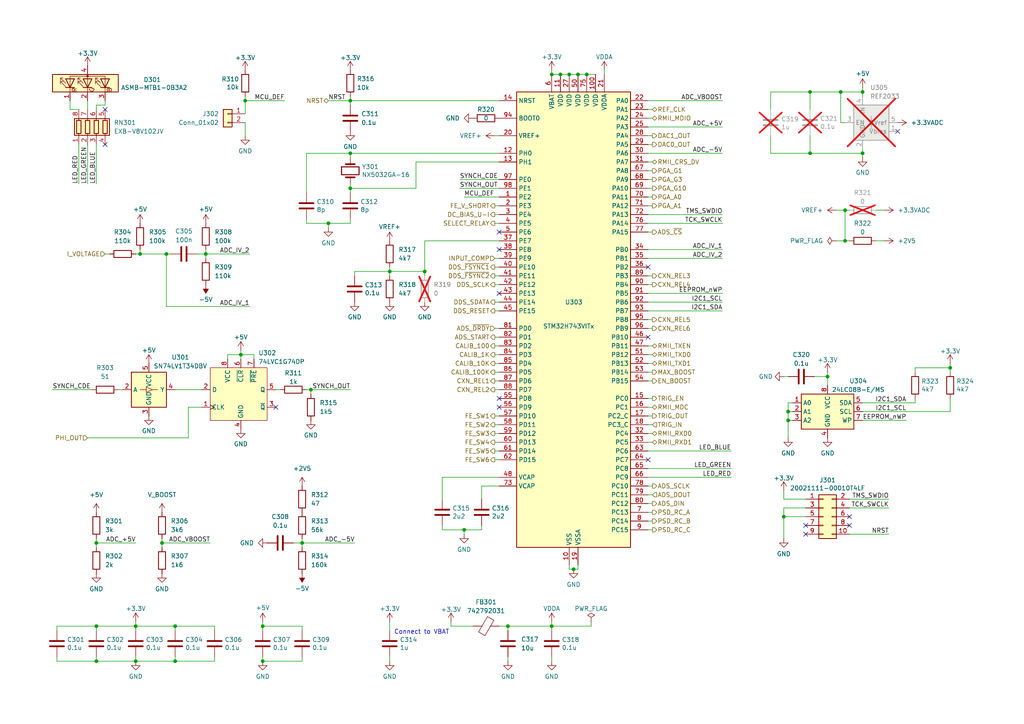
<source format=kicad_sch>
(kicad_sch (version 20231120) (generator "eeschema") (generator_version "8.0")
  (paper "A4")
  (junction (at 234.95 44.45))
  (junction (at 39.37 181.61))
  (junction (at 50.8 191.77))
  (junction (at 27.94 157.48))
  (junction (at 167.64 21.59))
  (junction (at 245.11 69.85))
  (junction (at 87.63 157.48))
  (junction (at 228.6 119.38))
  (junction (at 76.2 181.61))
  (junction (at 40.64 73.66))
  (junction (at 250.19 44.45))
  (junction (at 234.95 26.67))
  (junction (at 160.02 181.61))
  (junction (at 113.03 78.74))
  (junction (at 90.17 113.03))
  (junction (at 101.6 29.21))
  (junction (at 170.18 21.59))
  (junction (at 228.6 121.92))
  (junction (at 166.37 165.1))
  (junction (at 250.19 26.67))
  (junction (at 69.85 102.87))
  (junction (at 27.94 191.77))
  (junction (at 134.62 153.67))
  (junction (at 101.6 54.61))
  (junction (at 76.2 191.77))
  (junction (at 95.25 64.77))
  (junction (at 162.56 21.59))
  (junction (at 48.26 73.66))
  (junction (at 123.19 78.74))
  (junction (at 275.59 106.68))
  (junction (at 227.33 149.86))
  (junction (at 39.37 191.77))
  (junction (at 147.32 181.61))
  (junction (at 50.8 181.61))
  (junction (at 27.94 181.61))
  (junction (at 240.03 109.22))
  (junction (at 46.99 157.48))
  (junction (at 59.69 73.66))
  (junction (at 160.02 21.59))
  (junction (at 245.11 60.96))
  (junction (at 71.12 29.21))
  (junction (at 243.84 26.67))
  (junction (at 101.6 44.45))
  (junction (at 165.1 21.59))
  (no_connect (at 144.78 85.09))
  (no_connect (at 144.78 115.57))
  (no_connect (at 80.01 118.11))
  (no_connect (at 246.38 152.4))
  (no_connect (at 187.96 97.79))
  (no_connect (at 144.78 118.11))
  (no_connect (at 233.68 154.94))
  (no_connect (at 187.96 77.47))
  (no_connect (at 144.78 67.31))
  (no_connect (at 30.48 41.91))
  (no_connect (at 246.38 149.86))
  (no_connect (at 30.48 31.75))
  (no_connect (at 260.35 38.1))
  (no_connect (at 144.78 72.39))
  (no_connect (at 187.96 133.35))
  (no_connect (at 233.68 152.4))
  (wire (pts (xy 39.37 190.5) (xy 39.37 191.77)))
  (wire (pts (xy 187.96 153.67) (xy 189.23 153.67)))
  (wire (pts (xy 234.95 44.45) (xy 223.52 44.45)))
  (wire (pts (xy 50.8 181.61) (xy 39.37 181.61)))
  (wire (pts (xy 139.7 144.78) (xy 139.7 140.97)))
  (wire (pts (xy 87.63 181.61) (xy 87.63 182.88)))
  (wire (pts (xy 30.48 29.21) (xy 30.48 30.48)))
  (wire (pts (xy 162.56 21.59) (xy 165.1 21.59)))
  (wire (pts (xy 30.48 30.48) (xy 27.94 30.48)))
  (wire (pts (xy 20.32 31.75) (xy 22.86 31.75)))
  (wire (pts (xy 143.51 128.27) (xy 144.78 128.27)))
  (wire (pts (xy 265.43 107.95) (xy 265.43 106.68)))
  (wire (pts (xy 165.1 165.1) (xy 166.37 165.1)))
  (wire (pts (xy 76.2 181.61) (xy 87.63 181.61)))
  (wire (pts (xy 123.19 69.85) (xy 144.78 69.85)))
  (wire (pts (xy 101.6 29.21) (xy 144.78 29.21)))
  (wire (pts (xy 39.37 181.61) (xy 27.94 181.61)))
  (wire (pts (xy 20.32 29.21) (xy 20.32 31.75)))
  (wire (pts (xy 143.51 102.87) (xy 144.78 102.87)))
  (wire (pts (xy 71.12 29.21) (xy 71.12 33.02)))
  (wire (pts (xy 187.96 46.99) (xy 189.23 46.99)))
  (wire (pts (xy 143.51 100.33) (xy 144.78 100.33)))
  (wire (pts (xy 240.03 109.22) (xy 240.03 111.76)))
  (wire (pts (xy 187.96 135.89) (xy 212.09 135.89)))
  (wire (pts (xy 250.19 26.67) (xy 250.19 27.94)))
  (wire (pts (xy 165.1 163.83) (xy 165.1 165.1)))
  (wire (pts (xy 223.52 44.45) (xy 223.52 39.37)))
  (wire (pts (xy 228.6 127) (xy 228.6 121.92)))
  (wire (pts (xy 113.03 78.74) (xy 123.19 78.74)))
  (wire (pts (xy 187.96 146.05) (xy 189.23 146.05)))
  (wire (pts (xy 27.94 181.61) (xy 16.51 181.61)))
  (wire (pts (xy 50.8 191.77) (xy 62.23 191.77)))
  (wire (pts (xy 143.51 110.49) (xy 144.78 110.49)))
  (wire (pts (xy 139.7 140.97) (xy 144.78 140.97)))
  (wire (pts (xy 187.96 95.25) (xy 189.23 95.25)))
  (wire (pts (xy 187.96 123.19) (xy 189.23 123.19)))
  (wire (pts (xy 88.9 113.03) (xy 90.17 113.03)))
  (wire (pts (xy 187.96 49.53) (xy 189.23 49.53)))
  (wire (pts (xy 233.68 149.86) (xy 227.33 149.86)))
  (wire (pts (xy 113.03 180.34) (xy 113.03 182.88)))
  (wire (pts (xy 144.78 138.43) (xy 128.27 138.43)))
  (wire (pts (xy 102.87 78.74) (xy 113.03 78.74)))
  (wire (pts (xy 250.19 44.45) (xy 234.95 44.45)))
  (wire (pts (xy 187.96 118.11) (xy 189.23 118.11)))
  (wire (pts (xy 254 69.85) (xy 256.54 69.85)))
  (wire (pts (xy 101.6 54.61) (xy 101.6 55.88)))
  (wire (pts (xy 48.26 73.66) (xy 49.53 73.66)))
  (wire (pts (xy 187.96 125.73) (xy 189.23 125.73)))
  (wire (pts (xy 250.19 116.84) (xy 265.43 116.84)))
  (wire (pts (xy 143.51 125.73) (xy 144.78 125.73)))
  (wire (pts (xy 160.02 181.61) (xy 160.02 182.88)))
  (wire (pts (xy 250.19 25.4) (xy 250.19 26.67)))
  (wire (pts (xy 102.87 78.74) (xy 102.87 80.01)))
  (wire (pts (xy 15.24 113.03) (xy 26.67 113.03)))
  (wire (pts (xy 134.62 153.67) (xy 139.7 153.67)))
  (wire (pts (xy 250.19 121.92) (xy 262.89 121.92)))
  (wire (pts (xy 187.96 115.57) (xy 189.23 115.57)))
  (wire (pts (xy 25.4 127) (xy 54.61 127)))
  (wire (pts (xy 101.6 64.77) (xy 101.6 63.5)))
  (wire (pts (xy 275.59 105.41) (xy 275.59 106.68)))
  (wire (pts (xy 46.99 156.21) (xy 46.99 157.48)))
  (wire (pts (xy 95.25 64.77) (xy 101.6 64.77)))
  (wire (pts (xy 22.86 41.91) (xy 22.86 53.34)))
  (wire (pts (xy 27.94 157.48) (xy 39.37 157.48)))
  (wire (pts (xy 187.96 34.29) (xy 189.23 34.29)))
  (wire (pts (xy 227.33 149.86) (xy 227.33 147.32)))
  (wire (pts (xy 113.03 78.74) (xy 113.03 80.01)))
  (wire (pts (xy 236.22 109.22) (xy 240.03 109.22)))
  (wire (pts (xy 27.94 157.48) (xy 27.94 158.75)))
  (wire (pts (xy 69.85 101.6) (xy 69.85 102.87)))
  (wire (pts (xy 133.35 54.61) (xy 144.78 54.61)))
  (wire (pts (xy 187.96 100.33) (xy 189.23 100.33)))
  (wire (pts (xy 187.96 74.93) (xy 209.55 74.93)))
  (wire (pts (xy 48.26 73.66) (xy 48.26 88.9)))
  (wire (pts (xy 187.96 105.41) (xy 189.23 105.41)))
  (wire (pts (xy 48.26 88.9) (xy 72.39 88.9)))
  (wire (pts (xy 87.63 158.75) (xy 87.63 157.48)))
  (wire (pts (xy 187.96 67.31) (xy 189.23 67.31)))
  (wire (pts (xy 27.94 30.48) (xy 27.94 31.75)))
  (wire (pts (xy 101.6 44.45) (xy 88.9 44.45)))
  (wire (pts (xy 187.96 128.27) (xy 189.23 128.27)))
  (wire (pts (xy 143.51 64.77) (xy 144.78 64.77)))
  (wire (pts (xy 242.57 69.85) (xy 245.11 69.85)))
  (wire (pts (xy 130.81 180.34) (xy 130.81 181.61)))
  (wire (pts (xy 130.81 181.61) (xy 137.16 181.61)))
  (wire (pts (xy 160.02 181.61) (xy 171.45 181.61)))
  (wire (pts (xy 143.51 80.01) (xy 144.78 80.01)))
  (wire (pts (xy 189.23 102.87) (xy 187.96 102.87)))
  (wire (pts (xy 30.48 73.66) (xy 31.75 73.66)))
  (wire (pts (xy 243.84 26.67) (xy 243.84 35.56)))
  (wire (pts (xy 62.23 181.61) (xy 62.23 182.88)))
  (wire (pts (xy 187.96 110.49) (xy 189.23 110.49)))
  (wire (pts (xy 223.52 31.75) (xy 223.52 26.67)))
  (wire (pts (xy 160.02 21.59) (xy 162.56 21.59)))
  (wire (pts (xy 243.84 35.56) (xy 245.11 35.56)))
  (wire (pts (xy 171.45 180.34) (xy 171.45 181.61)))
  (wire (pts (xy 39.37 181.61) (xy 39.37 182.88)))
  (wire (pts (xy 16.51 190.5) (xy 16.51 191.77)))
  (wire (pts (xy 16.51 181.61) (xy 16.51 182.88)))
  (wire (pts (xy 187.96 54.61) (xy 189.23 54.61)))
  (wire (pts (xy 187.96 72.39) (xy 209.55 72.39)))
  (wire (pts (xy 144.78 46.99) (xy 120.65 46.99)))
  (wire (pts (xy 160.02 180.34) (xy 160.02 181.61)))
  (wire (pts (xy 187.96 36.83) (xy 209.55 36.83)))
  (wire (pts (xy 228.6 119.38) (xy 228.6 121.92)))
  (wire (pts (xy 69.85 102.87) (xy 73.66 102.87)))
  (wire (pts (xy 101.6 44.45) (xy 144.78 44.45)))
  (wire (pts (xy 167.64 163.83) (xy 167.64 165.1)))
  (wire (pts (xy 87.63 157.48) (xy 102.87 157.48)))
  (wire (pts (xy 143.51 62.23) (xy 144.78 62.23)))
  (wire (pts (xy 187.96 29.21) (xy 209.55 29.21)))
  (wire (pts (xy 143.51 133.35) (xy 144.78 133.35)))
  (wire (pts (xy 228.6 121.92) (xy 229.87 121.92)))
  (wire (pts (xy 27.94 181.61) (xy 27.94 182.88)))
  (wire (pts (xy 246.38 147.32) (xy 257.81 147.32)))
  (wire (pts (xy 187.96 151.13) (xy 189.23 151.13)))
  (wire (pts (xy 87.63 156.21) (xy 87.63 157.48)))
  (wire (pts (xy 50.8 181.61) (xy 50.8 182.88)))
  (wire (pts (xy 134.62 57.15) (xy 144.78 57.15)))
  (wire (pts (xy 123.19 78.74) (xy 123.19 80.01)))
  (wire (pts (xy 76.2 180.34) (xy 76.2 181.61)))
  (wire (pts (xy 187.96 52.07) (xy 189.23 52.07)))
  (wire (pts (xy 243.84 26.67) (xy 250.19 26.67)))
  (wire (pts (xy 227.33 142.24) (xy 227.33 144.78)))
  (wire (pts (xy 85.09 157.48) (xy 87.63 157.48)))
  (wire (pts (xy 66.04 102.87) (xy 69.85 102.87)))
  (wire (pts (xy 88.9 63.5) (xy 88.9 64.77)))
  (wire (pts (xy 39.37 73.66) (xy 40.64 73.66)))
  (wire (pts (xy 143.51 130.81) (xy 144.78 130.81)))
  (wire (pts (xy 143.51 77.47) (xy 144.78 77.47)))
  (wire (pts (xy 82.55 29.21) (xy 71.12 29.21)))
  (wire (pts (xy 246.38 144.78) (xy 257.81 144.78)))
  (wire (pts (xy 113.03 77.47) (xy 113.03 78.74)))
  (wire (pts (xy 46.99 157.48) (xy 60.96 157.48)))
  (wire (pts (xy 250.19 43.18) (xy 250.19 44.45)))
  (wire (pts (xy 227.33 147.32) (xy 233.68 147.32)))
  (wire (pts (xy 167.64 21.59) (xy 170.18 21.59)))
  (wire (pts (xy 143.51 107.95) (xy 144.78 107.95)))
  (wire (pts (xy 234.95 39.37) (xy 234.95 44.45)))
  (wire (pts (xy 187.96 87.63) (xy 209.55 87.63)))
  (wire (pts (xy 175.26 20.32) (xy 175.26 21.59)))
  (wire (pts (xy 71.12 35.56) (xy 71.12 39.37)))
  (wire (pts (xy 187.96 41.91) (xy 189.23 41.91)))
  (wire (pts (xy 265.43 116.84) (xy 265.43 115.57)))
  (wire (pts (xy 101.6 53.34) (xy 101.6 54.61)))
  (wire (pts (xy 160.02 191.77) (xy 160.02 190.5)))
  (wire (pts (xy 143.51 97.79) (xy 144.78 97.79)))
  (wire (pts (xy 27.94 156.21) (xy 27.94 157.48)))
  (wire (pts (xy 187.96 107.95) (xy 189.23 107.95)))
  (wire (pts (xy 187.96 90.17) (xy 209.55 90.17)))
  (wire (pts (xy 143.51 74.93) (xy 144.78 74.93)))
  (wire (pts (xy 223.52 26.67) (xy 234.95 26.67)))
  (wire (pts (xy 134.62 154.94) (xy 134.62 153.67)))
  (wire (pts (xy 128.27 153.67) (xy 134.62 153.67)))
  (wire (pts (xy 101.6 29.21) (xy 101.6 30.48)))
  (wire (pts (xy 25.4 29.21) (xy 25.4 31.75)))
  (wire (pts (xy 128.27 152.4) (xy 128.27 153.67)))
  (wire (pts (xy 59.69 72.39) (xy 59.69 73.66)))
  (wire (pts (xy 27.94 41.91) (xy 27.94 53.34)))
  (wire (pts (xy 187.96 138.43) (xy 212.09 138.43)))
  (wire (pts (xy 275.59 119.38) (xy 275.59 115.57)))
  (wire (pts (xy 160.02 20.32) (xy 160.02 21.59)))
  (wire (pts (xy 147.32 181.61) (xy 144.78 181.61)))
  (wire (pts (xy 187.96 44.45) (xy 209.55 44.45)))
  (wire (pts (xy 54.61 118.11) (xy 54.61 127)))
  (wire (pts (xy 40.64 73.66) (xy 48.26 73.66)))
  (wire (pts (xy 187.96 39.37) (xy 189.23 39.37)))
  (wire (pts (xy 245.11 69.85) (xy 245.11 60.96)))
  (wire (pts (xy 187.96 148.59) (xy 189.23 148.59)))
  (wire (pts (xy 246.38 154.94) (xy 257.81 154.94)))
  (wire (pts (xy 95.25 29.21) (xy 101.6 29.21)))
  (wire (pts (xy 76.2 182.88) (xy 76.2 181.61)))
  (wire (pts (xy 128.27 138.43) (xy 128.27 144.78)))
  (wire (pts (xy 187.96 140.97) (xy 189.23 140.97)))
  (wire (pts (xy 90.17 113.03) (xy 90.17 114.3)))
  (wire (pts (xy 275.59 106.68) (xy 275.59 107.95)))
  (wire (pts (xy 143.51 123.19) (xy 144.78 123.19)))
  (wire (pts (xy 88.9 64.77) (xy 95.25 64.77)))
  (wire (pts (xy 240.03 107.95) (xy 240.03 109.22)))
  (wire (pts (xy 87.63 190.5) (xy 87.63 191.77)))
  (wire (pts (xy 187.96 31.75) (xy 189.23 31.75)))
  (wire (pts (xy 143.51 90.17) (xy 144.78 90.17)))
  (wire (pts (xy 66.04 104.14) (xy 66.04 102.87)))
  (wire (pts (xy 133.35 52.07) (xy 144.78 52.07)))
  (wire (pts (xy 187.96 80.01) (xy 189.23 80.01)))
  (wire (pts (xy 229.87 119.38) (xy 228.6 119.38)))
  (wire (pts (xy 166.37 165.1) (xy 167.64 165.1)))
  (wire (pts (xy 147.32 181.61) (xy 147.32 182.88)))
  (wire (pts (xy 187.96 57.15) (xy 189.23 57.15)))
  (wire (pts (xy 62.23 181.61) (xy 50.8 181.61)))
  (wire (pts (xy 143.51 120.65) (xy 144.78 120.65)))
  (wire (pts (xy 242.57 60.96) (xy 245.11 60.96)))
  (wire (pts (xy 229.87 116.84) (xy 228.6 116.84)))
  (wire (pts (xy 58.42 118.11) (xy 54.61 118.11)))
  (wire (pts (xy 143.51 113.03) (xy 144.78 113.03)))
  (wire (pts (xy 25.4 41.91) (xy 25.4 53.34)))
  (wire (pts (xy 228.6 116.84) (xy 228.6 119.38)))
  (wire (pts (xy 143.51 59.69) (xy 144.78 59.69)))
  (wire (pts (xy 187.96 62.23) (xy 209.55 62.23)))
  (wire (pts (xy 39.37 180.34) (xy 39.37 181.61)))
  (wire (pts (xy 147.32 181.61) (xy 160.02 181.61)))
  (wire (pts (xy 227.33 144.78) (xy 233.68 144.78)))
  (wire (pts (xy 40.64 72.39) (xy 40.64 73.66)))
  (wire (pts (xy 227.33 109.22) (xy 228.6 109.22)))
  (wire (pts (xy 101.6 45.72) (xy 101.6 44.45)))
  (wire (pts (xy 27.94 190.5) (xy 27.94 191.77)))
  (wire (pts (xy 50.8 113.03) (xy 58.42 113.03)))
  (wire (pts (xy 265.43 106.68) (xy 275.59 106.68)))
  (wire (pts (xy 62.23 191.77) (xy 62.23 190.5)))
  (wire (pts (xy 71.12 29.21) (xy 71.12 27.94)))
  (wire (pts (xy 246.38 69.85) (xy 245.11 69.85)))
  (wire (pts (xy 57.15 73.66) (xy 59.69 73.66)))
  (wire (pts (xy 234.95 26.67) (xy 243.84 26.67)))
  (wire (pts (xy 143.51 87.63) (xy 144.78 87.63)))
  (wire (pts (xy 187.96 130.81) (xy 212.09 130.81)))
  (wire (pts (xy 187.96 82.55) (xy 189.23 82.55)))
  (wire (pts (xy 16.51 191.77) (xy 27.94 191.77)))
  (wire (pts (xy 46.99 157.48) (xy 46.99 158.75)))
  (wire (pts (xy 147.32 191.77) (xy 147.32 190.5)))
  (wire (pts (xy 50.8 190.5) (xy 50.8 191.77)))
  (wire (pts (xy 187.96 143.51) (xy 189.23 143.51)))
  (wire (pts (xy 73.66 102.87) (xy 73.66 104.14)))
  (wire (pts (xy 165.1 21.59) (xy 167.64 21.59)))
  (wire (pts (xy 250.19 119.38) (xy 275.59 119.38)))
  (wire (pts (xy 80.01 113.03) (xy 81.28 113.03)))
  (wire (pts (xy 88.9 44.45) (xy 88.9 55.88)))
  (wire (pts (xy 59.69 73.66) (xy 72.39 73.66)))
  (wire (pts (xy 187.96 92.71) (xy 189.23 92.71)))
  (wire (pts (xy 87.63 191.77) (xy 76.2 191.77)))
  (wire (pts (xy 27.94 191.77) (xy 39.37 191.77)))
  (wire (pts (xy 139.7 153.67) (xy 139.7 152.4)))
  (wire (pts (xy 39.37 191.77) (xy 50.8 191.77)))
  (wire (pts (xy 113.03 190.5) (xy 113.03 191.77)))
  (wire (pts (xy 187.96 59.69) (xy 189.23 59.69)))
  (wire (pts (xy 69.85 102.87) (xy 69.85 104.14)))
  (wire (pts (xy 187.96 120.65) (xy 189.23 120.65)))
  (wire (pts (xy 76.2 190.5) (xy 76.2 191.77)))
  (wire (pts (xy 143.51 95.25) (xy 144.78 95.25)))
  (wire (pts (xy 90.17 113.03) (xy 101.6 113.03)))
  (wire (pts (xy 143.51 82.55) (xy 144.78 82.55)))
  (wire (pts (xy 120.65 46.99) (xy 120.65 54.61)))
  (wire (pts (xy 245.11 60.96) (xy 246.38 60.96)))
  (wire (pts (xy 170.18 21.59) (xy 172.72 21.59)))
  (wire (pts (xy 123.19 78.74) (xy 123.19 69.85)))
  (wire (pts (xy 187.96 85.09) (xy 209.55 85.09)))
  (wire (pts (xy 34.29 113.03) (xy 35.56 113.03)))
  (wire (pts (xy 59.69 74.93) (xy 59.69 73.66)))
  (wire (pts (xy 254 60.96) (xy 256.54 60.96)))
  (wire (pts (xy 143.51 39.37) (xy 144.78 39.37)))
  (wire (pts (xy 250.19 44.45) (xy 250.19 45.72)))
  (wire (pts (xy 95.25 66.04) (xy 95.25 64.77)))
  (wire (pts (xy 227.33 156.21) (xy 227.33 149.86)))
  (wire (pts (xy 234.95 26.67) (xy 234.95 31.75)))
  (wire (pts (xy 120.65 54.61) (xy 101.6 54.61)))
  (wire (pts (xy 187.96 64.77) (xy 209.55 64.77)))
  (wire (pts (xy 101.6 27.94) (xy 101.6 29.21)))
  (wire (pts (xy 143.51 105.41) (xy 144.78 105.41)))
  (text "Connect to VBAT" (at 114.3 184.15 0) (effects (font (size 1.27 1.27)) (justify left bottom)))
  (label "MCU_DEF" (at 134.62 57.15 0))
  (label "MCU_DEF" (at 82.55 29.21 180))
  (label "ADC_VBOOST" (at 60.96 157.48 180))
  (label "I2C1_SDA" (at 209.55 90.17 180))
  (label "LED_RED" (at 22.86 53.34 90))
  (label "TCK_SWCLK" (at 209.55 64.77 180))
  (label "I2C1_SDA" (at 262.89 116.84 180))
  (label "LED_BLUE" (at 212.09 130.81 180))
  (label "TCK_SWCLK" (at 257.81 147.32 180))
  (label "SYNCH_OUT" (at 101.6 113.03 180))
  (label "I2C1_SCL" (at 262.89 119.38 180))
  (label "EEPROM_nWP" (at 262.89 121.92 180))
  (label "LED_GREEN" (at 25.4 53.34 90))
  (label "ADC_-5V" (at 209.55 44.45 180))
  (label "LED_GREEN" (at 212.09 135.89 180))
  (label "ADC_IV_1" (at 209.55 72.39 180))
  (label "ADC_IV_2" (at 72.39 73.66 180))
  (label "LED_RED" (at 212.09 138.43 180))
  (label "ADC_-5V" (at 102.87 157.48 180))
  (label "LED_BLUE" (at 27.94 53.34 90))
  (label "SYNCH_OUT" (at 133.35 54.61 0))
  (label "I2C1_SCL" (at 209.55 87.63 180))
  (label "ADC_VBOOST" (at 209.55 29.21 180))
  (label "EEPROM_nWP" (at 209.55 85.09 180))
  (label "NRST" (at 257.81 154.94 180))
  (label "ADC_+5V" (at 39.37 157.48 180))
  (label "TMS_SWDIO" (at 209.55 62.23 180))
  (label "TMS_SWDIO" (at 257.81 144.78 180))
  (label "SYNCH_CDE" (at 15.24 113.03 0))
  (label "ADC_IV_1" (at 72.39 88.9 180))
  (label "ADC_IV_2" (at 209.55 74.93 180))
  (label "SYNCH_CDE" (at 133.35 52.07 0))
  (label "NRST" (at 95.25 29.21 0))
  (label "ADC_+5V" (at 209.55 36.83 180))
  (hierarchical_label "MAX_BOOST" (shape output) (at 189.23 107.95 0))
  (hierarchical_label "PSD_RC_C" (shape output) (at 189.23 153.67 0))
  (hierarchical_label "ADS_~{DRDY}" (shape input) (at 143.51 95.25 180))
  (hierarchical_label "PHI_OUT" (shape input) (at 25.4 127 180))
  (hierarchical_label "CXN_REL5" (shape output) (at 189.23 92.71 0))
  (hierarchical_label "DDS_SDATA" (shape output) (at 143.51 87.63 180))
  (hierarchical_label "RMII_MDC" (shape bidirectional) (at 189.23 118.11 0))
  (hierarchical_label "TRIG_OUT" (shape output) (at 189.23 120.65 0))
  (hierarchical_label "RMII_MDIO" (shape bidirectional) (at 189.23 34.29 0))
  (hierarchical_label "TRIG_EN" (shape output) (at 189.23 115.57 0))
  (hierarchical_label "RMII_TXD1" (shape bidirectional) (at 189.23 105.41 0))
  (hierarchical_label "ADS_START" (shape output) (at 143.51 97.79 180))
  (hierarchical_label "FE_SW6" (shape output) (at 143.51 133.35 180))
  (hierarchical_label "REF_CLK" (shape bidirectional) (at 189.23 31.75 0))
  (hierarchical_label "RMII_TXEN" (shape bidirectional) (at 189.23 100.33 0))
  (hierarchical_label "CALIB_1K" (shape output) (at 143.51 102.87 180))
  (hierarchical_label "DDS_~{FSYNC1}" (shape output) (at 143.51 77.47 180))
  (hierarchical_label "PSD_RC_B" (shape output) (at 189.23 151.13 0))
  (hierarchical_label "ADS_~{CS}" (shape output) (at 189.23 67.31 0))
  (hierarchical_label "CXN_REL2" (shape output) (at 143.51 113.03 180))
  (hierarchical_label "ADS_DIN" (shape output) (at 189.23 146.05 0))
  (hierarchical_label "PGA_G10" (shape output) (at 189.23 54.61 0))
  (hierarchical_label "RMII_TXD0" (shape bidirectional) (at 189.23 102.87 0))
  (hierarchical_label "DC_BIAS_U-I" (shape output) (at 143.51 62.23 180))
  (hierarchical_label "CALIB_10K" (shape output) (at 143.51 105.41 180))
  (hierarchical_label "NRST" (shape bidirectional) (at 95.25 29.21 180))
  (hierarchical_label "DAC1_OUT" (shape output) (at 189.23 39.37 0))
  (hierarchical_label "TRIG_IN" (shape input) (at 189.23 123.19 0))
  (hierarchical_label "ADS_DOUT" (shape input) (at 189.23 143.51 0))
  (hierarchical_label "FE_SW4" (shape output) (at 143.51 128.27 180))
  (hierarchical_label "PGA_G1" (shape output) (at 189.23 49.53 0))
  (hierarchical_label "RMII_CRS_DV" (shape bidirectional) (at 189.23 46.99 0))
  (hierarchical_label "DDS_RESET" (shape output) (at 143.51 90.17 180))
  (hierarchical_label "SELECT_RELAY" (shape output) (at 143.51 64.77 180))
  (hierarchical_label "FE_SW2" (shape output) (at 143.51 123.19 180))
  (hierarchical_label "CALIB_100K" (shape output) (at 143.51 107.95 180))
  (hierarchical_label "PGA_G3" (shape output) (at 189.23 52.07 0))
  (hierarchical_label "CXN_REL6" (shape output) (at 189.23 95.25 0))
  (hierarchical_label "CXN_REL1" (shape output) (at 143.51 110.49 180))
  (hierarchical_label "FE_SW1" (shape output) (at 143.51 120.65 180))
  (hierarchical_label "INPUT_COMP" (shape input) (at 143.51 74.93 180))
  (hierarchical_label "PGA_A0" (shape output) (at 189.23 57.15 0))
  (hierarchical_label "I_VOLTAGE" (shape input) (at 30.48 73.66 180))
  (hierarchical_label "CXN_REL3" (shape output) (at 189.23 80.01 0))
  (hierarchical_label "DDS_~{FSYNC2}" (shape output) (at 143.51 80.01 180))
  (hierarchical_label "CXN_REL4" (shape output) (at 189.23 82.55 0))
  (hierarchical_label "RMII_RXD0" (shape bidirectional) (at 189.23 125.73 0))
  (hierarchical_label "FE_SW3" (shape output) (at 143.51 125.73 180))
  (hierarchical_label "FE_SW5" (shape output) (at 143.51 130.81 180))
  (hierarchical_label "PSD_RC_A" (shape output) (at 189.23 148.59 0))
  (hierarchical_label "FE_V_SHORT" (shape output) (at 143.51 59.69 180))
  (hierarchical_label "PGA_A1" (shape output) (at 189.23 59.69 0))
  (hierarchical_label "CALIB_100" (shape output) (at 143.51 100.33 180))
  (hierarchical_label "DDS_SCLK" (shape output) (at 143.51 82.55 180))
  (hierarchical_label "EN_BOOST" (shape output) (at 189.23 110.49 0))
  (hierarchical_label "ADS_SCLK" (shape output) (at 189.23 140.97 0))
  (hierarchical_label "DAC0_OUT" (shape output) (at 189.23 41.91 0))
  (hierarchical_label "RMII_RXD1" (shape bidirectional) (at 189.23 128.27 0))
  (symbol (lib_id "power:VDDA") (at 175.26 20.32 0) (unit 1)
    (property "Reference" "#PWR0341" (effects (hide yes)))
    (property "Value" "VDDA" (at 175.26 16.51 0))
    (property "Description" "Power symbol creates a global label with name \"VDDA\"" (effects (hide yes)))
  )
  (symbol (lib_id "power:+3.3VADC") (at 260.35 35.56 270) (unit 1)
    (property "Reference" "#PWR0353" (effects (hide yes)))
    (property "Value" "+3.3VADC" (at 264.16 35.5599 90) (effects (justify left)))
    (property "Description" "Power symbol creates a global label with name \"+3.3VADC\"" (effects (hide yes)))
  )
  (symbol (lib_id "power:GND") (at 43.18 120.65 0) (unit 1)
    (property "Reference" "#PWR0308" (effects (hide yes)))
    (property "Value" "GND" (at 43.18 124.968 0))
    (property "Description" "Power symbol creates a global label with name \"GND\" , ground" (effects (hide yes)))
  )
  (symbol (lib_id "power:GND") (at 250.19 45.72 0) (unit 1)
    (property "Reference" "#PWR0350" (effects (hide yes)))
    (property "Value" "GND" (at 250.19 50.038 0))
    (property "Description" "Power symbol creates a global label with name \"GND\" , ground" (effects (hide yes)))
  )
  (symbol (lib_id "power:GND") (at 76.2 191.77 0) (unit 1)
    (property "Reference" "#PWR0318" (effects (hide yes)))
    (property "Value" "GND" (at 76.2 196.215 0))
    (property "Description" "Power symbol creates a global label with name \"GND\" , ground" (effects (hide yes)))
  )
  (symbol (lib_id "Device:R") (at 59.69 78.74 0) (unit 1)
    (property "Reference" "R309" (at 62.23 77.4699 0) (effects (justify left)))
    (property "Value" "110k" (at 62.23 80.0099 0) (effects (justify left)))
    (property "Footprint" "Resistor_SMD:R_0603_1608Metric_Pad0.98x0.95mm_HandSolder" (effects (hide yes)))
    (property "Description" "Resistor" (effects (hide yes)))
  )
  (symbol (lib_id "Device:R") (at 87.63 152.4 0) (unit 1)
    (property "Reference" "R313" (at 90.17 151.1299 0) (effects (justify left)))
    (property "Value" "56k" (at 90.17 153.6699 0) (effects (justify left)))
    (property "Footprint" "Resistor_SMD:R_0603_1608Metric_Pad0.98x0.95mm_HandSolder" (effects (hide yes)))
    (property "Description" "Resistor" (effects (hide yes)))
  )
  (symbol (lib_id "Device:R") (at 59.69 68.58 0) (unit 1)
    (property "Reference" "R308" (at 62.23 67.3099 0) (effects (justify left)))
    (property "Value" "100k" (at 62.23 69.8499 0) (effects (justify left)))
    (property "Footprint" "Resistor_SMD:R_0603_1608Metric_Pad0.98x0.95mm_HandSolder" (effects (hide yes)))
    (property "Description" "Resistor" (effects (hide yes)))
  )
  (symbol (lib_id "power:+5V") (at 40.64 64.77 0) (unit 1)
    (property "Reference" "#PWR0306" (effects (hide yes)))
    (property "Value" "+5V" (at 40.64 60.706 0))
    (property "Description" "Power symbol creates a global label with name \"+5V\"" (effects (hide yes)))
  )
  (symbol (lib_id "power:PWR_FLAG") (at 242.57 69.85 90) (unit 1)
    (property "Reference" "#FLG0302" (effects (hide yes)))
    (property "Value" "PWR_FLAG" (at 238.76 69.8499 90) (effects (justify left)))
    (property "Description" "Special symbol for telling ERC where power comes from" (effects (hide yes)))
  )
  (symbol (lib_id "LED:ASMB-MTB1-0A3A2") (at 25.4 24.13 90) (unit 1)
    (property "Reference" "D301" (at 46.736 23.114 90) (effects (justify left)))
    (property "Value" "ASMB-MTB1-0B3A2" (at 54.356 25.4 90) (effects (justify left)))
    (property "Footprint" "LED_SMD:LED_Avago_PLCC4_3.2x2.8mm_CW" (effects (hide yes)))
    (property "Datasheet" "https://docs.broadcom.com/docs/AV02-4194EN" (effects (hide yes)))
    (property "Description" "Tricolor Black Surface LED, Common Anode Pin 4, PLCC-4" (effects (hide yes)))
  )
  (symbol (lib_id "power:+5V") (at 69.85 101.6 0) (unit 1)
    (property "Reference" "#PWR0315" (effects (hide yes)))
    (property "Value" "+5V" (at 69.85 97.79 0))
    (property "Description" "Power symbol creates a global label with name \"+5V\"" (effects (hide yes)))
  )
  (symbol (lib_id "Device:C") (at 16.51 186.69 0) (unit 1)
    (property "Reference" "C301" (at 19.431 185.5216 0) (effects (justify left)))
    (property "Value" "0.1u" (at 19.431 187.833 0) (effects (justify left)))
    (property "Footprint" "Capacitor_SMD:C_0603_1608Metric_Pad1.08x0.95mm_HandSolder" (effects (hide yes)))
  )
  (symbol (lib_id "power:-5V") (at 87.63 166.37 180) (unit 1)
    (property "Reference" "#PWR0321" (effects (hide yes)))
    (property "Value" "-5V" (at 87.63 170.688 0))
    (property "Description" "Power symbol creates a global label with name \"-5V\"" (effects (hide yes)))
  )
  (symbol (lib_id "Device:R") (at 46.99 162.56 0) (unit 1)
    (property "Reference" "R307" (at 49.53 161.2899 0) (effects (justify left)))
    (property "Value" "1k6" (at 49.53 163.8299 0) (effects (justify left)))
    (property "Footprint" "Resistor_SMD:R_0603_1608Metric_Pad0.98x0.95mm_HandSolder" (effects (hide yes)))
    (property "Description" "Resistor" (effects (hide yes)))
  )
  (symbol (lib_id "power:GND") (at 228.6 127 0) (unit 1)
    (property "Reference" "#PWR0345" (effects (hide yes)))
    (property "Value" "GND" (at 228.6 131.445 0))
    (property "Description" "Power symbol creates a global label with name \"GND\" , ground" (effects (hide yes)))
  )
  (symbol (lib_id "power:GND") (at 46.99 166.37 0) (unit 1)
    (property "Reference" "#PWR0310" (effects (hide yes)))
    (property "Value" "GND" (at 46.99 170.815 0))
    (property "Description" "Power symbol creates a global label with name \"GND\" , ground" (effects (hide yes)))
  )
  (symbol (lib_id "power:GND") (at 160.02 191.77 0) (unit 1)
    (property "Reference" "#PWR0339" (effects (hide yes)))
    (property "Value" "GND" (at 160.02 196.215 0))
    (property "Description" "Power symbol creates a global label with name \"GND\" , ground" (effects (hide yes)))
  )
  (symbol (lib_id "Device:Crystal") (at 101.6 49.53 270) (unit 1)
    (property "Reference" "Y301" (at 104.9274 48.3616 90) (effects (justify left)))
    (property "Value" "NX5032GA-16" (at 104.9274 50.673 90) (effects (justify left)))
    (property "Footprint" "ETH1LCR3:NX5032GA" (effects (hide yes)))
  )
  (symbol (lib_id "Device:FerriteBead") (at 140.97 181.61 270) (unit 1)
    (property "Reference" "FB301" (at 140.97 174.625 90))
    (property "Value" "742792031" (at 140.97 177.165 90))
    (property "Footprint" "Inductor_SMD:L_0805_2012Metric_Pad1.05x1.20mm_HandSolder" (effects (hide yes)))
  )
  (symbol (lib_id "Device:C") (at 139.7 148.59 0) (unit 1)
    (property "Reference" "C316" (at 142.621 147.4216 0) (effects (justify left)))
    (property "Value" "2u2" (at 142.621 149.733 0) (effects (justify left)))
    (property "Footprint" "Capacitor_SMD:C_0603_1608Metric_Pad1.08x0.95mm_HandSolder" (effects (hide yes)))
  )
  (symbol (lib_id "power:GND") (at 137.16 34.29 270) (unit 1)
    (property "Reference" "#PWR0334" (effects (hide yes)))
    (property "Value" "GND" (at 133.35 34.29 90) (effects (justify right)))
    (property "Description" "Power symbol creates a global label with name \"GND\" , ground" (effects (hide yes)))
  )
  (symbol (lib_id "Device:C") (at 39.37 186.69 0) (unit 1)
    (property "Reference" "C303" (at 42.291 185.5216 0) (effects (justify left)))
    (property "Value" "0.1u" (at 42.291 187.833 0) (effects (justify left)))
    (property "Footprint" "Capacitor_SMD:C_0603_1608Metric_Pad1.08x0.95mm_HandSolder" (effects (hide yes)))
  )
  (symbol (lib_id "Device:C") (at 81.28 157.48 90) (unit 1)
    (property "Reference" "C308" (at 81.28 149.86 90))
    (property "Value" "0.1u" (at 81.28 152.4 90))
    (property "Footprint" "Capacitor_SMD:C_0603_1608Metric_Pad1.08x0.95mm_HandSolder" (effects (hide yes)))
  )
  (symbol (lib_id "power:GND") (at 39.37 191.77 0) (unit 1)
    (property "Reference" "#PWR0305" (effects (hide yes)))
    (property "Value" "GND" (at 39.37 196.215 0))
    (property "Description" "Power symbol creates a global label with name \"GND\" , ground" (effects (hide yes)))
  )
  (symbol (lib_id "power:GND") (at 134.62 154.94 0) (unit 1)
    (property "Reference" "#PWR0333" (effects (hide yes)))
    (property "Value" "GND" (at 134.62 159.385 0))
    (property "Description" "Power symbol creates a global label with name \"GND\" , ground" (effects (hide yes)))
  )
  (symbol (lib_id "power:PWR_FLAG") (at 171.45 180.34 0) (unit 1)
    (property "Reference" "#FLG0301" (effects (hide yes)))
    (property "Value" "PWR_FLAG" (at 171.45 176.53 0))
    (property "Description" "Special symbol for telling ERC where power comes from" (effects (hide yes)))
  )
  (symbol (lib_id "power:GND") (at 90.17 121.92 0) (unit 1)
    (property "Reference" "#PWR0322" (effects (hide yes)))
    (property "Value" "GND" (at 90.17 126.238 0))
    (property "Description" "Power symbol creates a global label with name \"GND\" , ground" (effects (hide yes)))
  )
  (symbol (lib_id "power:GND") (at 240.03 127 0) (unit 1)
    (property "Reference" "#PWR0347" (effects (hide yes)))
    (property "Value" "GND" (at 240.03 131.445 0))
    (property "Description" "Power symbol creates a global label with name \"GND\" , ground" (effects (hide yes)))
  )
  (symbol (lib_id "power:+3.3V") (at 101.6 20.32 0) (mirror y) (unit 1)
    (property "Reference" "#PWR0324" (effects (hide yes)))
    (property "Value" "+3.3V" (at 101.6 16.764 0))
    (property "Description" "Power symbol creates a global label with name \"+3.3V\"" (effects (hide yes)))
  )
  (symbol (lib_id "power:GND") (at 101.6 38.1 0) (unit 1)
    (property "Reference" "#PWR0325" (effects (hide yes)))
    (property "Value" "GND" (at 101.6 42.545 0))
    (property "Description" "Power symbol creates a global label with name \"GND\" , ground" (effects (hide yes)))
  )
  (symbol (lib_id "power:+3.3V") (at 25.4 19.05 0) (unit 1)
    (property "Reference" "#PWR0301" (effects (hide yes)))
    (property "Value" "+3.3V" (at 25.4 15.494 0))
    (property "Description" "Power symbol creates a global label with name \"+3.3V\"" (effects (hide yes)))
  )
  (symbol (lib_id "Device:R") (at 30.48 113.03 90) (unit 1)
    (property "Reference" "R303" (at 30.48 106.68 90))
    (property "Value" "51" (at 30.48 109.22 90))
    (property "Footprint" "Resistor_SMD:R_0603_1608Metric_Pad0.98x0.95mm_HandSolder" (effects (hide yes)))
    (property "Description" "Resistor" (effects (hide yes)))
  )
  (symbol (lib_id "Reference_Voltage:REF2033") (at 252.73 35.56 0) (unit 1) (in_bom no) (dnp yes)
    (property "Reference" "U305" (at 252.3841 25.4 0) (effects (justify left)))
    (property "Value" "REF2033" (at 252.3841 27.94 0) (effects (justify left)))
    (property "Footprint" "Package_TO_SOT_SMD:SOT-23-5" (effects (hide yes)))
    (property "Datasheet" "https://www.ti.com/lit/ds/symlink/ref2033.pdf" (effects (hide yes)))
    (property "Description" "3.3V Low-Drift, Low-Power, Dual-Output, VREF and VREF / 2 Voltage Reference, SOT-23-5" (effects (hide yes)))
  )
  (symbol (lib_id "power:VDDA") (at 160.02 180.34 0) (unit 1)
    (property "Reference" "#PWR0338" (effects (hide yes)))
    (property "Value" "VDDA" (at 160.02 176.53 0))
    (property "Description" "Power symbol creates a global label with name \"VDDA\"" (effects (hide yes)))
  )
  (symbol (lib_id "Device:R") (at 140.97 34.29 270) (mirror x) (unit 1)
    (property "Reference" "R320" (at 140.97 31.75 90))
    (property "Value" "0" (at 140.97 34.29 90))
    (property "Footprint" "Resistor_SMD:R_0603_1608Metric_Pad0.98x0.95mm_HandSolder" (effects (hide yes)))
  )
  (symbol (lib_id "Device:R") (at 87.63 144.78 0) (unit 1)
    (property "Reference" "R312" (at 90.17 143.5099 0) (effects (justify left)))
    (property "Value" "47" (at 90.17 146.0499 0) (effects (justify left)))
    (property "Footprint" "Resistor_SMD:R_0603_1608Metric_Pad0.98x0.95mm_HandSolder" (effects (hide yes)))
    (property "Description" "Resistor" (effects (hide yes)))
  )
  (symbol (lib_id "Device:C") (at 87.63 186.69 0) (unit 1)
    (property "Reference" "C309" (at 90.551 185.5216 0) (effects (justify left)))
    (property "Value" "0.1u" (at 90.551 187.833 0) (effects (justify left)))
    (property "Footprint" "Capacitor_SMD:C_0603_1608Metric_Pad1.08x0.95mm_HandSolder" (effects (hide yes)))
  )
  (symbol (lib_id "power:+3.3V") (at 275.59 105.41 0) (unit 1)
    (property "Reference" "#PWR0354" (effects (hide yes)))
    (property "Value" "+3.3V" (at 275.59 101.854 0))
    (property "Description" "Power symbol creates a global label with name \"+3.3V\"" (effects (hide yes)))
  )
  (symbol (lib_id "Logic_LevelTranslator:SN74LV1T34DBV") (at 43.18 113.03 0) (unit 1)
    (property "Reference" "U301" (at 52.324 103.632 0))
    (property "Value" "SN74LV1T34DBV" (at 52.324 106.172 0))
    (property "Footprint" "Package_TO_SOT_SMD:SOT-23-5_HandSoldering" (effects (hide yes)))
    (property "Datasheet" "https://www.ti.com/lit/ds/symlink/sn74lv1t34.pdf" (effects (hide yes)))
    (property "Description" "Single Power Supply, Single Buffer GATE, CMOS Logic, Level Shifter, SOT-23-5" (effects (hide yes)))
  )
  (symbol (lib_id "power:+3.3VADC") (at 256.54 60.96 270) (unit 1)
    (property "Reference" "#PWR0351" (effects (hide yes)))
    (property "Value" "+3.3VADC" (at 260.35 60.9599 90) (effects (justify left)))
    (property "Description" "Power symbol creates a global label with name \"+3.3VADC\"" (effects (hide yes)))
  )
  (symbol (lib_id "power:GND") (at 166.37 165.1 0) (unit 1)
    (property "Reference" "#PWR0340" (effects (hide yes)))
    (property "Value" "GND" (at 166.37 169.545 0))
    (property "Description" "Power symbol creates a global label with name \"GND\" , ground" (effects (hide yes)))
  )
  (symbol (lib_id "power:+2V5") (at 87.63 140.97 0) (unit 1)
    (property "Reference" "#PWR0320" (effects (hide yes)))
    (property "Value" "+2V5" (at 87.63 135.89 0))
    (property "Description" "Power symbol creates a global label with name \"+2V5\"" (effects (hide yes)))
  )
  (symbol (lib_id "ETH1LCR3:VREF+") (at 113.03 69.85 0) (unit 1)
    (property "Reference" "#PWR0327" (effects (hide yes)))
    (property "Value" "VREF+" (at 113.03 65.786 0))
  )
  (symbol (lib_id "Device:R") (at 85.09 113.03 90) (unit 1)
    (property "Reference" "R311" (at 85.09 108.204 90))
    (property "Value" "1k" (at 85.09 110.744 90))
    (property "Footprint" "Resistor_SMD:R_0603_1608Metric_Pad0.98x0.95mm_HandSolder" (effects (hide yes)))
    (property "Description" "Resistor" (effects (hide yes)))
  )
  (symbol (lib_id "Device:R") (at 27.94 152.4 0) (unit 1)
    (property "Reference" "R301" (at 30.48 151.1299 0) (effects (justify left)))
    (property "Value" "3k" (at 30.48 153.6699 0) (effects (justify left)))
    (property "Footprint" "Resistor_SMD:R_0603_1608Metric_Pad0.98x0.95mm_HandSolder" (effects (hide yes)))
    (property "Description" "Resistor" (effects (hide yes)))
  )
  (symbol (lib_id "power:+5V") (at 43.18 105.41 0) (unit 1)
    (property "Reference" "#PWR0307" (effects (hide yes)))
    (property "Value" "+5V" (at 43.18 101.6 0))
    (property "Description" "Power symbol creates a global label with name \"+5V\"" (effects (hide yes)))
  )
  (symbol (lib_id "Connector_Generic:Conn_01x02") (at 66.04 33.02 0) (mirror y) (unit 1)
    (property "Reference" "J302" (at 63.5 33.0199 0) (effects (justify left)))
    (property "Value" "Conn_01x02" (at 63.5 35.5599 0) (effects (justify left)))
    (property "Footprint" "Connector_PinHeader_2.54mm:PinHeader_1x02_P2.54mm_Vertical" (effects (hide yes)))
    (property "Description" "Generic connector, single row, 01x02, script generated (kicad-library-utils/schlib/autogen/connector/)" (effects (hide yes)))
  )
  (symbol (lib_id "Device:R") (at 265.43 111.76 0) (unit 1)
    (property "Reference" "R323" (at 267.208 110.5916 0) (effects (justify left)))
    (property "Value" "4k7" (at 267.208 112.903 0) (effects (justify left)))
    (property "Footprint" "Resistor_SMD:R_0603_1608Metric_Pad0.98x0.95mm_HandSolder" (effects (hide yes)))
  )
  (symbol (lib_id "power:+3.3V") (at 160.02 20.32 0) (unit 1)
    (property "Reference" "#PWR0337" (effects (hide yes)))
    (property "Value" "+3.3V" (at 160.02 16.51 0))
    (property "Description" "Power symbol creates a global label with name \"+3.3V\"" (effects (hide yes)))
  )
  (symbol (lib_id "power:GND") (at 147.32 191.77 0) (unit 1)
    (property "Reference" "#PWR0336" (effects (hide yes)))
    (property "Value" "GND" (at 147.32 196.215 0))
    (property "Description" "Power symbol creates a global label with name \"GND\" , ground" (effects (hide yes)))
  )
  (symbol (lib_id "Device:R") (at 40.64 68.58 0) (unit 1)
    (property "Reference" "R305" (at 43.18 67.3099 0) (effects (justify left)))
    (property "Value" "100k" (at 43.18 69.8499 0) (effects (justify left)))
    (property "Footprint" "Resistor_SMD:R_0603_1608Metric_Pad0.98x0.95mm_HandSolder" (effects (hide yes)))
    (property "Description" "Resistor" (effects (hide yes)))
  )
  (symbol (lib_id "Device:C") (at 101.6 34.29 0) (unit 1)
    (property "Reference" "C311" (at 104.775 33.02 0) (effects (justify left)))
    (property "Value" "0.1u" (at 104.775 35.56 0) (effects (justify left)))
    (property "Footprint" "Capacitor_SMD:C_0603_1608Metric_Pad1.08x0.95mm_HandSolder" (effects (hide yes)))
  )
  (symbol (lib_id "Device:R") (at 27.94 162.56 0) (unit 1)
    (property "Reference" "R302" (at 30.48 161.2899 0) (effects (justify left)))
    (property "Value" "2k" (at 30.48 163.8299 0) (effects (justify left)))
    (property "Footprint" "Resistor_SMD:R_0603_1608Metric_Pad0.98x0.95mm_HandSolder" (effects (hide yes)))
    (property "Description" "Resistor" (effects (hide yes)))
  )
  (symbol (lib_id "Device:C") (at 234.95 35.56 0) (unit 1) (in_bom no) (dnp yes)
    (property "Reference" "C321" (at 237.871 34.3916 0) (effects (justify left)))
    (property "Value" "0.1u" (at 237.871 36.703 0) (effects (justify left)))
    (property "Footprint" "Capacitor_SMD:C_0603_1608Metric_Pad1.08x0.95mm_HandSolder" (effects (hide yes)))
  )
  (symbol (lib_id "Device:R") (at 101.6 24.13 0) (unit 1)
    (property "Reference" "R316" (at 103.505 22.86 0) (effects (justify left)))
    (property "Value" "10k" (at 103.505 25.4 0) (effects (justify left)))
    (property "Footprint" "Resistor_SMD:R_0603_1608Metric_Pad0.98x0.95mm_HandSolder" (effects (hide yes)))
  )
  (symbol (lib_id "power:GND") (at 95.25 66.04 0) (unit 1)
    (property "Reference" "#PWR0323" (effects (hide yes)))
    (property "Value" "GND" (at 95.25 70.485 0))
    (property "Description" "Power symbol creates a global label with name \"GND\" , ground" (effects (hide yes)))
  )
  (symbol (lib_id "power:GND") (at 123.19 87.63 0) (unit 1)
    (property "Reference" "#PWR0331" (effects (hide yes)))
    (property "Value" "GND" (at 123.19 91.948 0))
    (property "Description" "Power symbol creates a global label with name \"GND\" , ground" (effects (hide yes)))
  )
  (symbol (lib_id "power:+3.3V") (at 39.37 180.34 0) (unit 1)
    (property "Reference" "#PWR0304" (effects (hide yes)))
    (property "Value" "+3.3V" (at 39.37 176.53 0))
    (property "Description" "Power symbol creates a global label with name \"+3.3V\"" (effects (hide yes)))
  )
  (symbol (lib_id "power:GND") (at 27.94 166.37 0) (unit 1)
    (property "Reference" "#PWR0303" (effects (hide yes)))
    (property "Value" "GND" (at 27.94 170.815 0))
    (property "Description" "Power symbol creates a global label with name \"GND\" , ground" (effects (hide yes)))
  )
  (symbol (lib_id "power:GND") (at 227.33 109.22 270) (unit 1)
    (property "Reference" "#PWR0342" (effects (hide yes)))
    (property "Value" "GND" (at 224.155 109.22 90) (effects (justify right)))
    (property "Description" "Power symbol creates a global label with name \"GND\" , ground" (effects (hide yes)))
  )
  (symbol (lib_id "Device:C") (at 102.87 83.82 0) (unit 1)
    (property "Reference" "C313" (at 105.791 82.6516 0) (effects (justify left)))
    (property "Value" "0.1u" (at 105.791 84.963 0) (effects (justify left)))
    (property "Footprint" "Capacitor_SMD:C_0603_1608Metric_Pad1.08x0.95mm_HandSolder" (effects (hide yes)))
  )
  (symbol (lib_id "ETH1LCR3:VREF+") (at 143.51 39.37 90) (unit 1)
    (property "Reference" "#PWR0335" (effects (hide yes)))
    (property "Value" "VREF+" (at 139.7 39.3699 90) (effects (justify left)))
  )
  (symbol (lib_id "Device:R") (at 113.03 73.66 180) (unit 1)
    (property "Reference" "R317" (at 115.57 72.3899 0) (effects (justify right)))
    (property "Value" "4k7" (at 115.57 74.9299 0) (effects (justify right)))
    (property "Footprint" "Resistor_SMD:R_0603_1608Metric_Pad0.98x0.95mm_HandSolder" (effects (hide yes)))
    (property "Description" "Resistor" (effects (hide yes)))
  )
  (symbol (lib_id "Device:R") (at 90.17 118.11 180) (unit 1)
    (property "Reference" "R315" (at 92.71 116.8399 0) (effects (justify right)))
    (property "Value" "1k5" (at 92.71 119.3799 0) (effects (justify right)))
    (property "Footprint" "Resistor_SMD:R_0603_1608Metric_Pad0.98x0.95mm_HandSolder" (effects (hide yes)))
    (property "Description" "Resistor" (effects (hide yes)))
  )
  (symbol (lib_id "Device:C") (at 88.9 59.69 0) (unit 1)
    (property "Reference" "C310" (at 91.821 58.5216 0) (effects (justify left)))
    (property "Value" "8p" (at 91.821 60.833 0) (effects (justify left)))
    (property "Footprint" "Capacitor_SMD:C_0603_1608Metric_Pad1.08x0.95mm_HandSolder" (effects (hide yes)))
  )
  (symbol (lib_id "power:GND") (at 113.03 191.77 0) (unit 1)
    (property "Reference" "#PWR0330" (effects (hide yes)))
    (property "Value" "GND" (at 113.03 196.215 0))
    (property "Description" "Power symbol creates a global label with name \"GND\" , ground" (effects (hide yes)))
  )
  (symbol (lib_id "power:+3.3V") (at 130.81 180.34 0) (unit 1)
    (property "Reference" "#PWR0332" (effects (hide yes)))
    (property "Value" "+3.3V" (at 130.81 176.784 0))
    (property "Description" "Power symbol creates a global label with name \"+3.3V\"" (effects (hide yes)))
  )
  (symbol (lib_id "Device:C") (at 62.23 186.69 0) (unit 1)
    (property "Reference" "C306" (at 65.151 185.5216 0) (effects (justify left)))
    (property "Value" "0.1u" (at 65.151 187.833 0) (effects (justify left)))
    (property "Footprint" "Capacitor_SMD:C_0603_1608Metric_Pad1.08x0.95mm_HandSolder" (effects (hide yes)))
  )
  (symbol (lib_id "power:GND") (at 113.03 87.63 0) (unit 1)
    (property "Reference" "#PWR0328" (effects (hide yes)))
    (property "Value" "GND" (at 113.03 91.948 0))
    (property "Description" "Power symbol creates a global label with name \"GND\" , ground" (effects (hide yes)))
  )
  (symbol (lib_id "power:+3.3V") (at 113.03 180.34 0) (unit 1)
    (property "Reference" "#PWR0329" (effects (hide yes)))
    (property "Value" "+3.3V" (at 113.03 176.53 0))
    (property "Description" "Power symbol creates a global label with name \"+3.3V\"" (effects (hide yes)))
  )
  (symbol (lib_id "Device:C") (at 147.32 186.69 0) (unit 1)
    (property "Reference" "C317" (at 151.13 185.4199 0) (effects (justify left)))
    (property "Value" "10u" (at 151.13 187.9599 0) (effects (justify left)))
    (property "Footprint" "Capacitor_SMD:C_0603_1608Metric_Pad1.08x0.95mm_HandSolder" (effects (hide yes)))
  )
  (symbol (lib_id "power:+3.3V") (at 71.12 20.32 0) (unit 1)
    (property "Reference" "#PWR0313" (effects (hide yes)))
    (property "Value" "+3.3V" (at 71.12 16.764 0))
    (property "Description" "Power symbol creates a global label with name \"+3.3V\"" (effects (hide yes)))
  )
  (symbol (lib_id "Device:C") (at 128.27 148.59 0) (unit 1)
    (property "Reference" "C315" (at 131.191 147.4216 0) (effects (justify left)))
    (property "Value" "2u2" (at 131.191 149.733 0) (effects (justify left)))
    (property "Footprint" "Capacitor_SMD:C_0603_1608Metric_Pad1.08x0.95mm_HandSolder" (effects (hide yes)))
  )
  (symbol (lib_id "power:+2V5") (at 256.54 69.85 270) (unit 1)
    (property "Reference" "#PWR0352" (effects (hide yes)))
    (property "Value" "+2V5" (at 260.35 69.8499 90) (effects (justify left)))
    (property "Description" "Power symbol creates a global label with name \"+2V5\"" (effects (hide yes)))
  )
  (symbol (lib_id "Device:R") (at 71.12 24.13 0) (mirror x) (unit 1)
    (property "Reference" "R310" (at 69.342 22.9616 0) (effects (justify right)))
    (property "Value" "10k" (at 69.342 25.273 0) (effects (justify right)))
    (property "Footprint" "Resistor_SMD:R_0603_1608Metric_Pad0.98x0.95mm_HandSolder" (effects (hide yes)))
  )
  (symbol (lib_id "Device:R") (at 250.19 60.96 90) (unit 1) (in_bom no) (dnp yes)
    (property "Reference" "R321" (at 250.19 55.88 90))
    (property "Value" "0" (at 250.19 58.42 90))
    (property "Footprint" "Resistor_SMD:R_0603_1608Metric_Pad0.98x0.95mm_HandSolder" (effects (hide yes)))
    (property "Description" "Resistor" (effects (hide yes)))
  )
  (symbol (lib_id "power:+3.3V") (at 227.33 142.24 0) (unit 1)
    (property "Reference" "#PWR0343" (effects (hide yes)))
    (property "Value" "+3.3V" (at 227.33 138.684 0))
    (property "Description" "Power symbol creates a global label with name \"+3.3V\"" (effects (hide yes)))
  )
  (symbol (lib_id "power:GND") (at 102.87 87.63 0) (unit 1)
    (property "Reference" "#PWR0326" (effects (hide yes)))
    (property "Value" "GND" (at 102.87 91.948 0))
    (property "Description" "Power symbol creates a global label with name \"GND\" , ground" (effects (hide yes)))
  )
  (symbol (lib_id "Device:C") (at 232.41 109.22 90) (unit 1)
    (property "Reference" "C320" (at 232.41 102.87 90))
    (property "Value" "0.1u" (at 232.41 105.41 90))
    (property "Footprint" "Capacitor_SMD:C_0603_1608Metric_Pad1.08x0.95mm_HandSolder" (effects (hide yes)))
  )
  (symbol (lib_id "Connector_Generic:Conn_02x05_Odd_Even") (at 238.76 149.86 0) (unit 1)
    (property "Reference" "J301" (at 240.03 139.2682 0))
    (property "Value" "20021111-00010T4LF" (at 240.03 141.5796 0))
    (property "Footprint" "Connector_PinHeader_1.27mm:PinHeader_2x05_P1.27mm_Vertical" (effects (hide yes)))
  )
  (symbol (lib_id "Device:C") (at 223.52 35.56 0) (unit 1) (in_bom no) (dnp yes)
    (property "Reference" "C319" (at 226.568 34.544 0) (effects (justify left)))
    (property "Value" "1u" (at 226.568 36.8554 0) (effects (justify left)))
    (property "Footprint" "Capacitor_SMD:C_0603_1608Metric_Pad1.08x0.95mm_HandSolder" (effects (hide yes)))
  )
  (symbol (lib_id "Device:R_Pack04") (at 27.94 36.83 0) (unit 1)
    (property "Reference" "RN301" (at 33.02 35.5599 0) (effects (justify left)))
    (property "Value" "EXB-V8V102JV" (at 33.02 38.0999 0) (effects (justify left)))
    (property "Footprint" "Resistor_SMD:R_Array_Concave_4x0603" (effects (hide yes)))
    (property "Description" "4 resistor network, parallel topology" (effects (hide yes)))
  )
  (symbol (lib_id "Device:R") (at 250.19 69.85 90) (unit 1)
    (property "Reference" "R322" (at 250.19 64.77 90))
    (property "Value" "0" (at 250.19 67.31 90))
    (property "Footprint" "Resistor_SMD:R_0603_1608Metric_Pad0.98x0.95mm_HandSolder" (effects (hide yes)))
    (property "Description" "Resistor" (effects (hide yes)))
  )
  (symbol (lib_id "Device:C") (at 76.2 186.69 0) (unit 1)
    (property "Reference" "C307" (at 79.121 185.5216 0) (effects (justify left)))
    (property "Value" "0.1u" (at 79.121 187.833 0) (effects (justify left)))
    (property "Footprint" "Capacitor_SMD:C_0603_1608Metric_Pad1.08x0.95mm_HandSolder" (effects (hide yes)))
  )
  (symbol (lib_id "Device:R") (at 113.03 83.82 180) (unit 1)
    (property "Reference" "R318" (at 115.57 82.5499 0) (effects (justify right)))
    (property "Value" "4k7" (at 115.57 85.0899 0) (effects (justify right)))
    (property "Footprint" "Resistor_SMD:R_0603_1608Metric_Pad0.98x0.95mm_HandSolder" (effects (hide yes)))
    (property "Description" "Resistor" (effects (hide yes)))
  )
  (symbol (lib_id "Device:R") (at 275.59 111.76 0) (unit 1)
    (property "Reference" "R324" (at 277.368 110.5916 0) (effects (justify left)))
    (property "Value" "4k7" (at 277.368 112.903 0) (effects (justify left)))
    (property "Footprint" "Resistor_SMD:R_0603_1608Metric_Pad0.98x0.95mm_HandSolder" (effects (hide yes)))
  )
  (symbol (lib_id "Device:R") (at 46.99 152.4 0) (unit 1)
    (property "Reference" "R306" (at 49.53 151.1299 0) (effects (justify left)))
    (property "Value" "3k6" (at 49.53 153.6699 0) (effects (justify left)))
    (property "Footprint" "Resistor_SMD:R_0603_1608Metric_Pad0.98x0.95mm_HandSolder" (effects (hide yes)))
    (property "Description" "Resistor" (effects (hide yes)))
  )
  (symbol (lib_id "power:+5V") (at 59.69 64.77 0) (unit 1)
    (property "Reference" "#PWR0311" (effects (hide yes)))
    (property "Value" "+5V" (at 59.69 60.706 0))
    (property "Description" "Power symbol creates a global label with name \"+5V\"" (effects (hide yes)))
  )
  (symbol (lib_id "power:GND") (at 69.85 124.46 0) (unit 1)
    (property "Reference" "#PWR0316" (effects (hide yes)))
    (property "Value" "GND" (at 69.85 128.778 0))
    (property "Description" "Power symbol creates a global label with name \"GND\" , ground" (effects (hide yes)))
  )
  (symbol (lib_id "power:-5V") (at 59.69 82.55 180) (unit 1)
    (property "Reference" "#PWR0312" (effects (hide yes)))
    (property "Value" "-5V" (at 59.69 86.868 0))
    (property "Description" "Power symbol creates a global label with name \"-5V\"" (effects (hide yes)))
  )
  (symbol (lib_id "power:GND") (at 227.33 156.21 0) (unit 1)
    (property "Reference" "#PWR0344" (effects (hide yes)))
    (property "Value" "GND" (at 227.33 160.655 0))
    (property "Description" "Power symbol creates a global label with name \"GND\" , ground" (effects (hide yes)))
  )
  (symbol (lib_id "Device:C") (at 160.02 186.69 0) (unit 1)
    (property "Reference" "C318" (at 162.941 185.5216 0) (effects (justify left)))
    (property "Value" "0.1u" (at 162.941 187.833 0) (effects (justify left)))
    (property "Footprint" "Capacitor_SMD:C_0603_1608Metric_Pad1.08x0.95mm_HandSolder" (effects (hide yes)))
  )
  (symbol (lib_id "ETH1LCR3:74LVC1G74DP") (at 69.85 114.3 0) (unit 1)
    (property "Reference" "U302" (at 74.93 102.362 0) (effects (justify left)))
    (property "Value" "74LVC1G74DP" (at 74.93 104.902 0) (effects (justify left)))
    (property "Footprint" "Package_SO:TSSOP-8_3x3mm_P0.65mm" (effects (hide yes)))
    (property "Datasheet" "https://assets.nexperia.com/documents/data-sheet/74LVC1G74.pdf" (effects (hide yes)))
    (property "Description" "Single D-type flip-flop with set and reset, positive edge trigger" (effects (hide yes)))
  )
  (symbol (lib_id "power:GND") (at 71.12 39.37 0) (unit 1)
    (property "Reference" "#PWR0314" (effects (hide yes)))
    (property "Value" "GND" (at 71.12 43.815 0))
    (property "Description" "Power symbol creates a global label with name \"GND\" , ground" (effects (hide yes)))
  )
  (symbol (lib_id "power:+5V") (at 27.94 148.59 0) (unit 1)
    (property "Reference" "#PWR0302" (effects (hide yes)))
    (property "Value" "+5V" (at 27.94 143.51 0))
    (property "Description" "Power symbol creates a global label with name \"+5V\"" (effects (hide yes)))
  )
  (symbol (lib_id "Device:C") (at 27.94 186.69 0) (unit 1)
    (property "Reference" "C302" (at 30.861 185.5216 0) (effects (justify left)))
    (property "Value" "0.1u" (at 30.861 187.833 0) (effects (justify left)))
    (property "Footprint" "Capacitor_SMD:C_0603_1608Metric_Pad1.08x0.95mm_HandSolder" (effects (hide yes)))
  )
  (symbol (lib_id "ETH1LCR3:V_BOOST") (at 46.99 148.59 0) (unit 1)
    (property "Reference" "#PWR0309" (effects (hide yes)))
    (property "Value" "V_BOOST" (at 46.99 143.51 0))
  )
  (symbol (lib_id "power:GND") (at 77.47 157.48 270) (unit 1)
    (property "Reference" "#PWR0319" (effects (hide yes)))
    (property "Value" "GND" (at 73.66 157.4799 90) (effects (justify right)))
    (property "Description" "Power symbol creates a global label with name \"GND\" , ground" (effects (hide yes)))
  )
  (symbol (lib_id "MCU_ST_STM32H7:STM32H743VITx") (at 165.1 92.71 0) (unit 1)
    (property "Reference" "U303" (at 163.83 87.63 0) (effects (justify left)))
    (property "Value" "STM32H743VITx" (at 157.48 94.615 0) (effects (justify left)))
    (property "Footprint" "Package_QFP:LQFP-100_14x14mm_P0.5mm" (effects (hide yes)))
    (property "Datasheet" "https://www.st.com/resource/en/datasheet/stm32h743vi.pdf" (effects (hide yes)))
    (property "Description" "STMicroelectronics Arm Cortex-M7 MCU, 2048KB flash, 1024KB RAM, 480 MHz, 1.71-3.6V, 82 GPIO, LQFP100" (effects (hide yes)))
  )
  (symbol (lib_id "Device:C") (at 50.8 186.69 0) (unit 1)
    (property "Reference" "C304" (at 53.721 185.5216 0) (effects (justify left)))
    (property "Value" "0.1u" (at 53.721 187.833 0) (effects (justify left)))
    (property "Footprint" "Capacitor_SMD:C_0603_1608Metric_Pad1.08x0.95mm_HandSolder" (effects (hide yes)))
  )
  (symbol (lib_id "Memory_EEPROM:24LC08") (at 240.03 119.38 0) (unit 1)
    (property "Reference" "U304" (at 248.92 110.49 0))
    (property "Value" "24LC08B-E/MS" (at 248.92 113.03 0))
    (property "Footprint" "Package_SO:MSOP-8_3x3mm_P0.65mm" (effects (hide yes)))
    (property "Datasheet" "http://ww1.microchip.com/downloads/en/DeviceDoc/21710J.pdf" (effects (hide yes)))
  )
  (symbol (lib_id "Device:R") (at 35.56 73.66 90) (unit 1)
    (property "Reference" "R304" (at 35.56 67.31 90))
    (property "Value" "110k" (at 35.56 69.85 90))
    (property "Footprint" "Resistor_SMD:R_0603_1608Metric_Pad0.98x0.95mm_HandSolder" (effects (hide yes)))
    (property "Description" "Resistor" (effects (hide yes)))
  )
  (symbol (lib_id "Device:C") (at 113.03 186.69 0) (unit 1)
    (property "Reference" "C314" (at 115.951 185.5216 0) (effects (justify left)))
    (property "Value" "1u" (at 115.951 187.833 0) (effects (justify left)))
    (property "Footprint" "Capacitor_SMD:C_0603_1608Metric_Pad1.08x0.95mm_HandSolder" (effects (hide yes)))
  )
  (symbol (lib_id "Device:R") (at 87.63 162.56 0) (unit 1)
    (property "Reference" "R314" (at 90.17 161.2899 0) (effects (justify left)))
    (property "Value" "160k" (at 90.17 163.8299 0) (effects (justify left)))
    (property "Footprint" "Resistor_SMD:R_0603_1608Metric_Pad0.98x0.95mm_HandSolder" (effects (hide yes)))
    (property "Description" "Resistor" (effects (hide yes)))
  )
  (symbol (lib_id "ETH1LCR3:VREF+") (at 242.57 60.96 90) (unit 1)
    (property "Reference" "#PWR0348" (effects (hide yes)))
    (property "Value" "VREF+" (at 238.76 60.9599 90) (effects (justify left)))
  )
  (symbol (lib_id "power:+5V") (at 76.2 180.34 0) (unit 1)
    (property "Reference" "#PWR0317" (effects (hide yes)))
    (property "Value" "+5V" (at 76.2 176.276 0))
    (property "Description" "Power symbol creates a global label with name \"+5V\"" (effects (hide yes)))
  )
  (symbol (lib_id "Device:R") (at 123.19 83.82 180) (unit 1) (in_bom no) (dnp yes)
    (property "Reference" "R319" (at 125.73 82.5499 0) (effects (justify right)))
    (property "Value" "0" (at 125.73 85.0899 0) (effects (justify right)))
    (property "Footprint" "Resistor_SMD:R_0603_1608Metric_Pad0.98x0.95mm_HandSolder" (effects (hide yes)))
    (property "Description" "Resistor" (effects (hide yes)))
  )
  (symbol (lib_id "power:+5V") (at 250.19 25.4 0) (unit 1)
    (property "Reference" "#PWR0349" (effects (hide yes)))
    (property "Value" "+5V" (at 250.19 21.336 0))
    (property "Description" "Power symbol creates a global label with name \"+5V\"" (effects (hide yes)))
  )
  (symbol (lib_id "power:+3.3V") (at 240.03 107.95 0) (unit 1)
    (property "Reference" "#PWR0346" (effects (hide yes)))
    (property "Value" "+3.3V" (at 240.03 104.394 0))
    (property "Description" "Power symbol creates a global label with name \"+3.3V\"" (effects (hide yes)))
  )
  (symbol (lib_id "Device:C") (at 53.34 73.66 90) (unit 1)
    (property "Reference" "C305" (at 53.34 67.056 90))
    (property "Value" "100n" (at 53.34 69.596 90))
    (property "Footprint" "Capacitor_SMD:C_0603_1608Metric_Pad1.08x0.95mm_HandSolder" (effects (hide yes)))
    (property "Description" "Unpolarized capacitor" (effects (hide yes)))
  )
  (symbol (lib_id "Device:C") (at 101.6 59.69 0) (unit 1)
    (property "Reference" "C312" (at 104.521 58.5216 0) (effects (justify left)))
    (property "Value" "8p" (at 104.521 60.833 0) (effects (justify left)))
    (property "Footprint" "Capacitor_SMD:C_0603_1608Metric_Pad1.08x0.95mm_HandSolder" (effects (hide yes)))
  )
)
</source>
